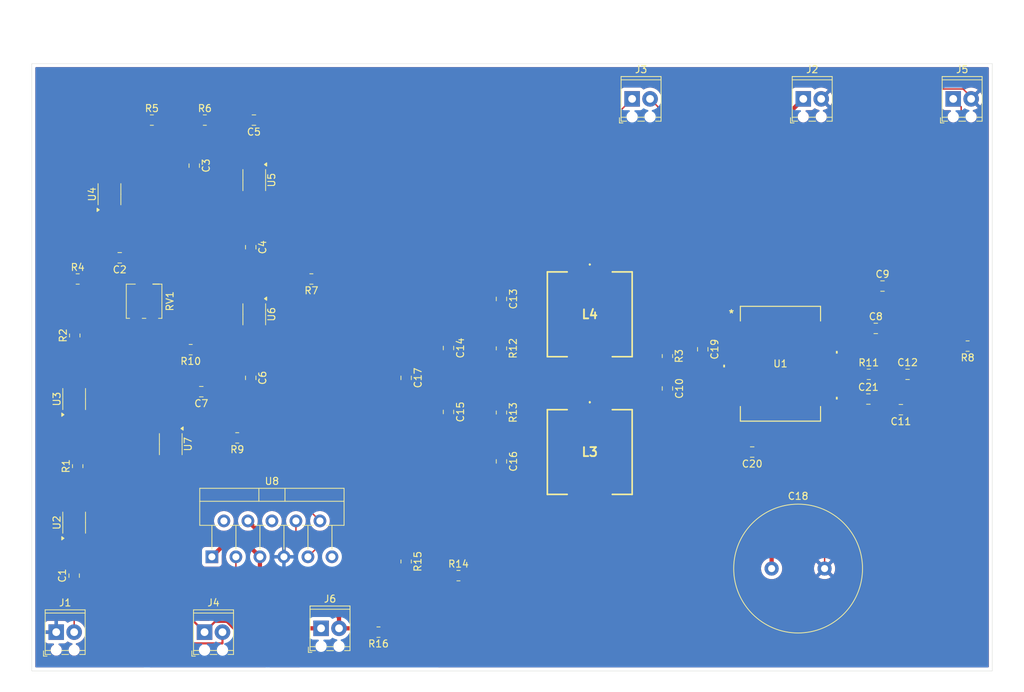
<source format=kicad_pcb>
(kicad_pcb (version 20240108) (generator "pcbnew") (generator_version "8.0")
  (layers (0 "F.Cu" signal) (31 "B.Cu" signal) (34 "B.Paste" user) (35 "F.Paste" user) (36 "B.SilkS" user "B.Silkscreen") (37 "F.SilkS" user "F.Silkscreen") (38 "B.Mask" user) (39 "F.Mask" user) (44 "Edge.Cuts" user))
  (net 0 "")
  (net 1 "Net-(U2-+)")
  (net 2 "Net-(J1-Pin_2)")
  (net 3 "Net-(U4-+)")
  (net 4 "GND")
  (net 5 "Net-(C3-Pad2)")
  (net 6 "Net-(U5--)")
  (net 7 "Net-(U6-+)")
  (net 8 "Net-(U5-+)")
  (net 9 "Net-(C6-Pad2)")
  (net 10 "Net-(U6--)")
  (net 11 "Net-(U7-+)")
  (net 12 "Net-(C8-Pad1)")
  (net 13 "Net-(C8-Pad2)")
  (net 14 "Net-(C10-Pad2)")
  (net 15 "Net-(C10-Pad1)")
  (net 16 "Net-(U1-GND-clean)")
  (net 17 "+3V3")
  (net 18 "Net-(U1-FAULT)")
  (net 19 "/G+")
  (net 20 "Net-(C13-Pad2)")
  (net 21 "Net-(C15-Pad2)")
  (net 22 "/G-")
  (net 23 "+32V")
  (net 24 "Net-(U1-CONFIG)")
  (net 25 "Net-(U1-GND-Reg)")
  (net 26 "+12V")
  (net 27 "-12V")
  (net 28 "Net-(L4-Pad2)")
  (net 29 "Net-(U3-+)")
  (net 30 "Net-(U2--)")
  (net 31 "Net-(R2-Pad2)")
  (net 32 "Net-(R4-Pad1)")
  (net 33 "Net-(U4--)")
  (net 34 "Net-(U1-TH-WAR)")
  (net 35 "audio")
  (net 36 "Net-(U1-PWRDN)")
  (net 37 "Net-(U1-OUT1B-Pad10)")
  (net 57 "-30V")
  (net 58 "+30V")
  (net 59 "Net-(U7--)")
  (net 60 "Net-(U8--)")
  (net 61 "Net-(U8-MUTE)")
  (footprint "Resistor_SMD:R_0805_2012Metric" (layer "F.Cu") (at 265 87 180)
    (property "Reference" "R8")
    (property "Value" "10k")
  )
  (footprint "Capacitor_SMD:C_0805_2012Metric" (layer "F.Cu") (at 156.5 93.45 180)
    (property "Reference" "C7")
    (property "Value" "1u")
  )
  (footprint "Capacitor_SMD:C_0805_2012Metric" (layer "F.Cu") (at 255.55 96 180)
    (property "Reference" "C11")
    (property "Value" "100n")
  )
  (footprint "Resistor_SMD:R_0805_2012Metric" (layer "F.Cu") (at 199 87.325 -90)
    (property "Reference" "R12")
    (property "Value" "6.2")
  )
  (footprint "Capacitor_SMD:C_0805_2012Metric" (layer "F.Cu") (at 163.5 91.5 -90)
    (property "Reference" "C6")
    (property "Value" "2.2u")
  )
  (footprint "footprints:SO_50813TR_STM" (layer "F.Cu") (at 238.5 89.5)
    (property "Reference" "U1")
    (property "Value" "STA50813TR")
  )
  (footprint "TerminalBlock_Phoenix:TerminalBlock_Phoenix_MPT-0,5-2-2.54_1x02_P2.54mm_Horizontal" (layer "F.Cu") (at 156.96 127.5)
    (property "Reference" "J4")
    (property "Value" "Screw_Terminal_01x02")
  )
  (footprint "Capacitor_SMD:C_0805_2012Metric" (layer "F.Cu") (at 256.5 91)
    (property "Reference" "C12")
    (property "Value" "100n")
  )
  (footprint "Resistor_SMD:R_0805_2012Metric" (layer "F.Cu") (at 139 104 90)
    (property "Reference" "R1")
    (property "Value" "10k")
  )
  (footprint "Resistor_SMD:R_0805_2012Metric" (layer "F.Cu") (at 157 55)
    (property "Reference" "R6")
    (property "Value" "4.7k")
  )
  (footprint "Capacitor_SMD:C_0805_2012Metric" (layer "F.Cu") (at 250.95 94.5)
    (property "Reference" "C21")
    (property "Value" "100n")
  )
  (footprint "Resistor_SMD:R_0805_2012Metric" (layer "F.Cu") (at 185.5 117.5 -90)
    (property "Reference" "R15")
    (property "Value" "2k")
  )
  (footprint "Package_SO:MSOP-8_3x3mm_P0.65mm" (layer "F.Cu") (at 164 82.5 -90)
    (property "Reference" "U6")
    (property "Value" "OP1177ARM")
  )
  (footprint "Resistor_SMD:R_0805_2012Metric" (layer "F.Cu") (at 161.5875 100 180)
    (property "Reference" "R9")
    (property "Value" "4.7k")
  )
  (footprint "Package_SO:MSOP-8_3x3mm_P0.65mm" (layer "F.Cu") (at 143.5 65.5 90)
    (property "Reference" "U4")
    (property "Value" "OP1177ARM")
  )
  (footprint "Resistor_SMD:R_0805_2012Metric" (layer "F.Cu") (at 181.5875 127.5 180)
    (property "Reference" "R16")
    (property "Value" "100")
  )
  (footprint "Package_SO:MSOP-8_3x3mm_P0.65mm" (layer "F.Cu") (at 152.175 100.8875 -90)
    (property "Reference" "U7")
    (property "Value" "OP1177ARM")
  )
  (footprint "Capacitor_SMD:C_0805_2012Metric" (layer "F.Cu") (at 191.5 96.325 -90)
    (property "Reference" "C15")
    (property "Value" "100n")
  )
  (footprint "Capacitor_SMD:C_0805_2012Metric" (layer "F.Cu") (at 191.5 87.275 -90)
    (property "Reference" "C14")
    (property "Value" "100n")
  )
  (footprint "Package_SO:MSOP-8_3x3mm_P0.65mm" (layer "F.Cu") (at 138.5 94.5 90)
    (property "Reference" "U3")
    (property "Value" "OP1177ARM")
  )
  (footprint "Resistor_SMD:R_0805_2012Metric" (layer "F.Cu") (at 149.5 55)
    (property "Reference" "R5")
    (property "Value" "2.7k")
  )
  (footprint "SamacSys_Parts:7447706100" (layer "F.Cu") (at 211.5 82.5)
    (property "Reference" "L4")
    (property "Value" "7447706100" (hide yes))
  )
  (footprint "TerminalBlock_Phoenix:TerminalBlock_Phoenix_MPT-0,5-2-2.54_1x02_P2.54mm_Horizontal" (layer "F.Cu") (at 135.96 127.5)
    (property "Reference" "J1")
    (property "Value" "Screw_Terminal_01x02")
  )
  (footprint "Capacitor_SMD:C_0805_2012Metric" (layer "F.Cu") (at 144.95 74.5 180)
    (property "Reference" "C2")
    (property "Value" "100n")
  )
  (footprint "TerminalBlock_Phoenix:TerminalBlock_Phoenix_MPT-0,5-2-2.54_1x02_P2.54mm_Horizontal" (layer "F.Cu") (at 241.73 52)
    (property "Reference" "J2")
    (property "Value" "Screw_Terminal_01x02")
  )
  (footprint "Capacitor_SMD:C_0805_2012Metric" (layer "F.Cu") (at 163.95 55 180)
    (property "Reference" "C5")
    (property "Value" "100n")
  )
  (footprint "Package_SO:MSOP-8_3x3mm_P0.65mm" (layer "F.Cu") (at 164 63.5 -90)
    (property "Reference" "U5")
    (property "Value" "OP1177ARM")
  )
  (footprint "Package_TO_SOT_THT:TO-220-11_P3.4x5.08mm_StaggerOdd_Lead4.85mm_Vertical" (layer "F.Cu") (at 158 116.835)
    (property "Reference" "U8")
    (property "Value" "LM3886")
  )
  (footprint "Package_SO:MSOP-8_3x3mm_P0.65mm" (layer "F.Cu") (at 138.5 112 90)
    (property "Reference" "U2")
    (property "Value" "OP1177ARM")
  )
  (footprint "Resistor_SMD:R_0805_2012Metric" (layer "F.Cu") (at 172.0875 77.5 180)
    (property "Reference" "R7")
    (property "Value" "3.9k")
  )
  (footprint "Capacitor_THT:C_Radial_D18.0mm_H35.5mm_P7.50mm" (layer "F.Cu") (at 237.25 118.5)
    (property "Reference" "C18")
    (property "Value" "2200u")
  )
  (footprint "Potentiometer_SMD:Potentiometer_Bourns_3214G_Horizontal" (layer "F.Cu") (at 148.4 80.65 -90)
    (property "Reference" "RV1")
    (property "Value" "10k")
  )
  (footprint "Capacitor_SMD:C_0805_2012Metric" (layer "F.Cu") (at 227.5 87.45 -90)
    (property "Reference" "C19")
    (property "Value" "1u")
  )
  (footprint "Capacitor_SMD:C_0805_2012Metric" (layer "F.Cu") (at 155.5 61.45 -90)
    (property "Reference" "C3")
    (property "Value" "220n")
  )
  (footprint "Resistor_SMD:R_0805_2012Metric" (layer "F.Cu") (at 155 87.5 180)
    (property "Reference" "R10")
    (property "Value" "2.2k")
  )
  (footprint "Capacitor_SMD:C_0805_2012Metric" (layer "F.Cu") (at 185.5 91.5 -90)
    (property "Reference" "C17")
    (property "Value" "470n")
  )
  (footprint "Capacitor_SMD:C_0805_2012Metric" (layer "F.Cu") (at 234.5 102 180)
    (property "Reference" "C20")
    (property "Value" "1u")
  )
  (footprint "TerminalBlock_Phoenix:TerminalBlock_Phoenix_MPT-0,5-2-2.54_1x02_P2.54mm_Horizontal" (layer "F.Cu") (at 217.5 52)
    (property "Reference" "J3")
    (property "Value" "Screw_Terminal_01x02")
  )
  (footprint "Capacitor_SMD:C_0805_2012Metric" (layer "F.Cu") (at 163.5 73 -90)
    (property "Reference" "C4")
    (property "Value" "1u")
  )
  (footprint "Resistor_SMD:R_0805_2012Metric" (layer "F.Cu") (at 192.9125 119.5)
    (property "Reference" "R14")
    (property "Value" "1k")
  )
  (footprint "Resistor_SMD:R_0805_2012Metric" (layer "F.Cu") (at 199 96.4125 -90)
    (property "Reference" "R13")
    (property "Value" "6.2")
  )
  (footprint "Capacitor_SMD:C_0805_2012Metric" (layer "F.Cu") (at 199 103.325 -90)
    (property "Reference" "C16")
    (property "Value" "100n")
  )
  (footprint "TerminalBlock_Phoenix:TerminalBlock_Phoenix_MPT-0,5-2-2.54_1x02_P2.54mm_Horizontal" (layer "F.Cu") (at 173.46 126.96)
    (property "Reference" "J6")
    (property "Value" "Screw_Terminal_01x02")
  )
  (footprint "Capacitor_SMD:C_0805_2012Metric" (layer "F.Cu") (at 252 84.5)
    (property "Reference" "C8")
    (property "Value" "100n")
  )
  (footprint "TerminalBlock_Phoenix:TerminalBlock_Phoenix_MPT-0,5-2-2.54_1x02_P2.54mm_Horizontal" (layer "F.Cu") (at 262.96 52)
    (property "Reference" "J5")
    (property "Value" "Screw_Terminal_01x02")
  )
  (footprint "Capacitor_SMD:C_0805_2012Metric" (layer "F.Cu") (at 252.95 78.5)
    (property "Reference" "C9")
    (property "Value" "100n")
  )
  (footprint "Resistor_SMD:R_0805_2012Metric" (layer "F.Cu") (at 138.5875 85.5 90)
    (property "Reference" "R2")
    (property "Value" "1k")
  )
  (footprint "Capacitor_SMD:C_0805_2012Metric" (layer "F.Cu") (at 199 80.325 -90)
    (property "Reference" "C13")
    (property "Value" "100n")
  )
  (footprint "SamacSys_Parts:7447706100" (layer "F.Cu") (at 211.5 102)
    (property "Reference" "L3")
    (property "Value" "7447706100" (hide yes))
  )
  (footprint "Resistor_SMD:R_0805_2012Metric" (layer "F.Cu") (at 139 77.5)
    (property "Reference" "R4")
    (property "Value" "5.6k")
  )
  (footprint "Resistor_SMD:R_0805_2012Metric" (layer "F.Cu") (at 222.5 88.4125 -90)
    (property "Reference" "R3")
    (property "Value" "22")
  )
  (footprint "Resistor_SMD:R_0805_2012Metric" (layer "F.Cu") (at 251 91)
    (property "Reference" "R11")
    (property "Value" "10k")
  )
  (footprint "Capacitor_SMD:C_0805_2012Metric" (layer "F.Cu") (at 222.5 93 -90)
    (property "Reference" "C10")
    (property "Value" "330p")
  )
  (footprint "Capacitor_SMD:C_0805_2012Metric" (layer "F.Cu") (at 138.5 119.5 90)
    (property "Reference" "C1")
    (property "Value" "1u")
  )
  (gr_rect (start 132.5 47) (end 268.5 133) (stroke (width 0.05)) (fill none) (layer "Edge.Cuts"))
  (segment (start 138.5 118.55) (end 138.825 118.225) (width 0.2) (layer "F.Cu") (net 1))
  (segment (start 138.825 118.225) (end 138.825 114.1125) (width 0.2) (layer "F.Cu") (net 1))
  (segment (start 138.5 127.5) (end 138.5 120.45) (width 0.2) (layer "F.Cu") (net 2))
  (segment (start 141 77.5) (end 139.9125 77.5) (width 0.2) (layer "F.Cu") (net 3))
  (segment (start 144 74.5) (end 143.825 74.325) (width 0.2) (layer "F.Cu") (net 3))
  (segment (start 144 74.5) (end 141 77.5) (width 0.2) (layer "F.Cu") (net 3))
  (segment (start 143.825 74.325) (end 143.825 67.6125) (width 0.2) (layer "F.Cu") (net 3))
  (segment (start 230.424937 92.424937) (end 231.8071 92.424937) (width 0.2) (layer "F.Cu") (net 4))
  (segment (start 265.5 51.74) (end 264.36 50.6) (width 0.2) (layer "F.Cu") (net 4))
  (segment (start 191.5 88.225) (end 191.5 91.825) (width 0.2) (layer "F.Cu") (net 4))
  (segment (start 231.8071 91.774951) (end 230.225049 91.774951) (width 0.2) (layer "F.Cu") (net 4))
  (segment (start 191.5 91.825) (end 199 91.825) (width 0.2) (layer "F.Cu") (net 4))
  (segment (start 227.5 86.5) (end 228 86.5) (width 0.2) (layer "F.Cu") (net 4))
  (segment (start 259.5 78) (end 257.5 76) (width 0.2) (layer "F.Cu") (net 4))
  (segment (start 228.075063 86.575063) (end 230 86.575063) (width 0.2) (layer "F.Cu") (net 4))
  (segment (start 138.175 97.343456) (end 138.175 96.6125) (width 0.2) (layer "F.Cu") (net 4))
  (segment (start 230 92) (end 230.424937 92.424937) (width 0.2) (layer "F.Cu") (net 4))
  (segment (start 248.5 78.5) (end 252 78.5) (width 0.2) (layer "F.Cu") (net 4))
  (segment (start 228 86.5) (end 228.075063 86.575063) (width 0.2) (layer "F.Cu") (net 4))
  (segment (start 265.5 52) (end 265.5 51.74) (width 0.2) (layer "F.Cu") (net 4))
  (segment (start 244.5 111.05) (end 244.5 111.5) (width 0.2) (layer "F.Cu") (net 4))
  (segment (start 257.5 76) (end 251 76) (width 0.2) (layer "F.Cu") (net 4))
  (segment (start 259.5 89) (end 259.5 78) (width 0.2) (layer "F.Cu") (net 4))
  (segment (start 244.75 111.75) (end 244.75 118.5) (width 0.2) (layer "F.Cu") (net 4))
  (segment (start 230 86.575063) (end 231.8071 86.575063) (width 0.2) (layer "F.Cu") (net 4))
  (segment (start 251 58.73) (end 251 76) (width 0.2) (layer "F.Cu") (net 4))
  (segment (start 245.67 50.6) (end 244.27 52) (width 0.2) (layer "F.Cu") (net 4))
  (segment (start 199 92) (end 199 95.5) (width 0.2) (layer "F.Cu") (net 4))
  (segment (start 231.8071 92.424937) (end 232.9088 92.424937) (width 0.2) (layer "F.Cu") (net 4))
  (segment (start 199 88.2375) (end 199 91) (width 0.2) (layer "F.Cu") (net 4))
  (segment (start 232.9088 92.424937) (end 235.45 94.966137) (width 0.2) (layer "F.Cu") (net 4))
  (segment (start 244.27 52) (end 251 58.73) (width 0.2) (layer "F.Cu") (net 4))
  (segment (start 251 76) (end 248.5 78.5) (width 0.2) (layer "F.Cu") (net 4))
  (segment (start 244.5 111.5) (end 244.75 111.75) (width 0.2) (layer "F.Cu") (net 4))
  (segment (start 199 91) (end 199 91.825) (width 0.2) (layer "F.Cu") (net 4))
  (segment (start 207.024881 83.975119) (end 231.8071 83.975119) (width 0.2) (layer "F.Cu") (net 4))
  (segment (start 230 87) (end 230.225049 87.225049) (width 0.2) (layer "F.Cu") (net 4))
  (segment (start 257.45 91) (end 259.45 89) (width 0.2) (layer "F.Cu") (net 4))
  (segment (start 235.45 94.966137) (end 235.45 102) (width 0.2) (layer "F.Cu") (net 4))
  (segment (start 230.225049 87.225049) (end 231.8071 87.225049) (width 0.2) (layer "F.Cu") (net 4))
  (segment (start 199 91.825) (end 199 92) (width 0.2) (layer "F.Cu") (net 4))
  (segment (start 259.45 89) (end 259.5 89) (width 0.2) (layer "F.Cu") (net 4))
  (segment (start 230 86.575063) (end 230 87) (width 0.2) (layer "F.Cu") (net 4))
  (segment (start 230.225049 91.774951) (end 230 92) (width 0.2) (layer "F.Cu") (net 4))
  (segment (start 264.36 50.6) (end 245.67 50.6) (width 0.2) (layer "F.Cu") (net 4))
  (segment (start 235.45 102) (end 244.5 111.05) (width 0.2) (layer "F.Cu") (net 4))
  (segment (start 199 92) (end 207.024881 83.975119) (width 0.2) (layer "F.Cu") (net 4))
  (segment (start 191.5 91.825) (end 191.5 95.375) (width 0.2) (layer "F.Cu") (net 4))
  (segment (start 155.5 62.4) (end 161.5 68.4) (width 0.2) (layer "F.Cu") (net 5))
  (segment (start 163.675 68.325) (end 163.5 68.5) (width 0.2) (layer "F.Cu") (net 5))
  (segment (start 161.5 68.4) (end 161.5 68.5) (width 0.2) (layer "F.Cu") (net 5))
  (segment (start 163.5 68.5) (end 163.5 72.05) (width 0.2) (layer "F.Cu") (net 5))
  (segment (start 163.675 68.325) (end 163.675 65.6125) (width 0.2) (layer "F.Cu") (net 5))
  (segment (start 161.5 68.5) (end 163.5 68.5) (width 0.2) (layer "F.Cu") (net 5))
  (segment (start 155.5 60.5) (end 154 59) (width 0.2) (layer "F.Cu") (net 6))
  (segment (start 150.4125 55) (end 154 55) (width 0.2) (layer "F.Cu") (net 6))
  (segment (start 154 59) (end 154 55) (width 0.2) (layer "F.Cu") (net 6))
  (segment (start 154 55) (end 156.0875 55) (width 0.2) (layer "F.Cu") (net 6))
  (segment (start 163.5 73.95) (end 163.675 74.125) (width 0.2) (layer "F.Cu") (net 7))
  (segment (start 171.175 77.5) (end 163.675 77.5) (width 0.2) (layer "F.Cu") (net 7))
  (segment (start 163.675 77.5) (end 163.675 80.3875) (width 0.2) (layer "F.Cu") (net 7))
  (segment (start 163.675 74.125) (end 163.675 77.5) (width 0.2) (layer "F.Cu") (net 7))
  (segment (start 160 55) (end 163 55) (width 0.2) (layer "F.Cu") (net 8))
  (segment (start 163.675 58.675) (end 160 55) (width 0.2) (layer "F.Cu") (net 8))
  (segment (start 163.675 61.3875) (end 163.675 58.675) (width 0.2) (layer "F.Cu") (net 8))
  (segment (start 157.9125 55) (end 160 55) (width 0.2) (layer "F.Cu") (net 8))
  (segment (start 163.5 92.45) (end 158.45 92.45) (width 0.2) (layer "F.Cu") (net 9))
  (segment (start 158 92) (end 158 88.5) (width 0.2) (layer "F.Cu") (net 9))
  (segment (start 158.45 92.45) (end 158 92) (width 0.2) (layer "F.Cu") (net 9))
  (segment (start 158.45 92.45) (end 157.45 93.45) (width 0.2) (layer "F.Cu") (net 9))
  (segment (start 158 88.5) (end 157 87.5) (width 0.2) (layer "F.Cu") (net 9))
  (segment (start 157 87.5) (end 155.9125 87.5) (width 0.2) (layer "F.Cu") (net 9))
  (segment (start 163.675 90.375) (end 163.675 84.6125) (width 0.2) (layer "F.Cu") (net 10))
  (segment (start 163.5 90.55) (end 163.675 90.375) (width 0.2) (layer "F.Cu") (net 10))
  (segment (start 164.325 80.3875) (end 164.325 83.231544) (width 0.2) (layer "F.Cu") (net 10))
  (segment (start 163.675 83.881544) (end 163.675 84.6125) (width 0.2) (layer "F.Cu") (net 10))
  (segment (start 164.325 83.231544) (end 163.675 83.881544) (width 0.2) (layer "F.Cu") (net 10))
  (segment (start 158 100) (end 153.5 95.5) (width 0.2) (layer "F.Cu") (net 11))
  (segment (start 153.5 95.5) (end 151.85 97.15) (width 0.2) (layer "F.Cu") (net 11))
  (segment (start 155.55 93.45) (end 153.5 95.5) (width 0.2) (layer "F.Cu") (net 11))
  (segment (start 151.85 97.15) (end 151.85 98.775) (width 0.2) (layer "F.Cu") (net 11))
  (segment (start 160.675 100) (end 158 100) (width 0.2) (layer "F.Cu") (net 11))
  (segment (start 245.1929 84.625105) (end 247.350014 84.625105) (width 0.2) (layer "F.Cu") (net 12))
  (segment (start 250.425119 81.5) (end 256.45 81.5) (width 0.2) (layer "F.Cu") (net 12))
  (segment (start 256.45 81.5) (end 256.45 78.5) (width 0.2) (layer "F.Cu") (net 12))
  (segment (start 247.350014 84.625105) (end 248 83.975119) (width 0.2) (layer "F.Cu") (net 12))
  (segment (start 248 83.975119) (end 250.525119 83.975119) (width 0.2) (layer "F.Cu") (net 12))
  (segment (start 245.1929 83.975119) (end 248 83.975119) (width 0.2) (layer "F.Cu") (net 12))
  (segment (start 247.95 83.975119) (end 250.425119 81.5) (width 0.2) (layer "F.Cu") (net 12))
  (segment (start 250.525119 83.975119) (end 251.05 84.5) (width 0.2) (layer "F.Cu") (net 12))
  (segment (start 247.95 83.975119) (end 248 83.975119) (width 0.2) (layer "F.Cu") (net 12))
  (segment (start 256.45 78.5) (end 253.9 78.5) (width 0.2) (layer "F.Cu") (net 12))
  (segment (start 250.425077 85.925077) (end 250.5 86) (width 0.2) (layer "F.Cu") (net 13))
  (segment (start 245.1929 85.275091) (end 245.442809 85.525) (width 0.2) (layer "F.Cu") (net 13))
  (segment (start 250.5 86) (end 254 86) (width 0.2) (layer "F.Cu") (net 13))
  (segment (start 254 86) (end 254.5 85.5) (width 0.2) (layer "F.Cu") (net 13))
  (segment (start 254 84.5) (end 252.95 84.5) (width 0.2) (layer "F.Cu") (net 13))
  (segment (start 254.5 85.5) (end 254.5 85) (width 0.2) (layer "F.Cu") (net 13))
  (segment (start 245.1929 85.925077) (end 250.425077 85.925077) (width 0.2) (layer "F.Cu") (net 13))
  (segment (start 254.5 85) (end 254 84.5) (width 0.2) (layer "F.Cu") (net 13))
  (segment (start 249.775091 85.275091) (end 250.5 86) (width 0.2) (layer "F.Cu") (net 13))
  (segment (start 245.1929 85.275091) (end 249.775091 85.275091) (width 0.2) (layer "F.Cu") (net 13))
  (segment (start 229.275091 93.724909) (end 231.8071 93.724909) (width 0.2) (layer "F.Cu") (net 14))
  (segment (start 229.374895 94.374895) (end 229 94) (width 0.2) (layer "F.Cu") (net 14))
  (segment (start 228.95 93.95) (end 229 94) (width 0.2) (layer "F.Cu") (net 14))
  (segment (start 222.5 93.95) (end 228.95 93.95) (width 0.2) (layer "F.Cu") (net 14))
  (segment (start 229 94) (end 229.275091 93.724909) (width 0.2) (layer "F.Cu") (net 14))
  (segment (start 211.5 104.95) (end 222.5 93.95) (width 0.2) (layer "F.Cu") (net 14))
  (segment (start 211.5 106.95) (end 211.5 104.95) (width 0.2) (layer "F.Cu") (net 14))
  (segment (start 231.8071 94.374895) (end 229.374895 94.374895) (width 0.2) (layer "F.Cu") (net 14))
  (segment (start 222.5 89.325) (end 222.5 92.05) (width 0.2) (layer "F.Cu") (net 15))
  (segment (start 246.243019 96.075) (end 245.1929 95.024881) (width 0.2) (layer "F.Cu") (net 16))
  (segment (start 246.318019 96) (end 246.243019 96.075) (width 0.2) (layer "F.Cu") (net 16))
  (segment (start 254.6 96) (end 246.318019 96) (width 0.2) (layer "F.Cu") (net 16))
  (segment (start 243.5 93.016137) (end 243.5 98.5) (width 0.2) (layer "F.Cu") (net 17))
  (segment (start 264.0875 53.1275) (end 262.96 52) (width 0.2) (layer "F.Cu") (net 17))
  (segment (start 264.0875 91.4125) (end 264.0875 87) (width 0.2) (layer "F.Cu") (net 17))
  (segment (start 259.5 96) (end 256.5 96) (width 0.2) (layer "F.Cu") (net 17))
  (segment (start 256 99.5) (end 259.5 96) (width 0.2) (layer "F.Cu") (net 17))
  (segment (start 245.1929 92.424937) (end 244.0912 92.424937) (width 0.2) (layer "F.Cu") (net 17))
  (segment (start 243.5 98.5) (end 244.5 99.5) (width 0.2) (layer "F.Cu") (net 17))
  (segment (start 244.5 99.5) (end 256 99.5) (width 0.2) (layer "F.Cu") (net 17))
  (segment (start 264.0875 87) (end 264.0875 53.1275) (width 0.2) (layer "F.Cu") (net 17))
  (segment (start 259.5 96) (end 264.0875 91.4125) (width 0.2) (layer "F.Cu") (net 17))
  (segment (start 244.0912 92.424937) (end 243.5 93.016137) (width 0.2) (layer "F.Cu") (net 17))
  (segment (start 253.5 89.575007) (end 247.749986 89.575007) (width 0.2) (layer "F.Cu") (net 18))
  (segment (start 247.749986 89.575007) (end 247.5 89.824993) (width 0.2) (layer "F.Cu") (net 18))
  (segment (start 253.5 91) (end 253.5 89.575007) (width 0.2) (layer "F.Cu") (net 18))
  (segment (start 246.850014 90.474979) (end 247.5 89.824993) (width 0.2) (layer "F.Cu") (net 18))
  (segment (start 245.1929 89.824993) (end 247.5 89.824993) (width 0.2) (layer "F.Cu") (net 18))
  (segment (start 253.5 91) (end 255.55 91) (width 0.2) (layer "F.Cu") (net 18))
  (segment (start 245.1929 90.474979) (end 246.850014 90.474979) (width 0.2) (layer "F.Cu") (net 18))
  (segment (start 251.9125 91) (end 253.5 91) (width 0.2) (layer "F.Cu") (net 18))
  (segment (start 185.5 85.5) (end 191.625 79.375) (width 0.2) (layer "F.Cu") (net 19))
  (segment (start 200.825 77.55) (end 199 79.375) (width 0.2) (layer "F.Cu") (net 19))
  (segment (start 211.5 58) (end 211.5 77.55) (width 0.2) (layer "F.Cu") (net 19))
  (segment (start 217.5 52) (end 211.5 58) (width 0.2) (layer "F.Cu") (net 19))
  (segment (start 191.625 79.375) (end 199 79.375) (width 0.2) (layer "F.Cu") (net 19))
  (segment (start 185.5 90.55) (end 185.5 85.5) (width 0.2) (layer "F.Cu") (net 19))
  (segment (start 211.5 77.55) (end 200.825 77.55) (width 0.2) (layer "F.Cu") (net 19))
  (segment (start 191.5 86.325) (end 198.9125 86.325) (width 0.2) (layer "F.Cu") (net 20))
  (segment (start 198.9125 86.325) (end 199 86.4125) (width 0.2) (layer "F.Cu") (net 20))
  (segment (start 199 86.4125) (end 199 81.275) (width 0.2) (layer "F.Cu") (net 20))
  (segment (start 198.95 97.275) (end 199 97.325) (width 0.2) (layer "F.Cu") (net 21))
  (segment (start 199 97.325) (end 199 102.375) (width 0.2) (layer "F.Cu") (net 21))
  (segment (start 191.5 97.275) (end 198.95 97.275) (width 0.2) (layer "F.Cu") (net 21))
  (segment (start 190.475 95.859744) (end 190.475 87.740256) (width 0.2) (layer "F.Cu") (net 22))
  (segment (start 210.7625 96.3125) (end 190.927756 96.3125) (width 0.2) (layer "F.Cu") (net 22))
  (segment (start 189.725 104.275) (end 199 104.275) (width 0.2) (layer "F.Cu") (net 22))
  (segment (start 221.139999 53.099999) (end 220.04 52) (width 0.2) (layer "F.Cu") (net 22))
  (segment (start 190.475 87.740256) (end 190.790256 87.425) (width 0.2) (layer "F.Cu") (net 22))
  (segment (start 221.139999 72.860001) (end 221.139999 53.099999) (width 0.2) (layer "F.Cu") (net 22))
  (segment (start 190.790256 87.425) (end 203.009314 87.425) (width 0.2) (layer "F.Cu") (net 22))
  (segment (start 211.5 97.05) (end 210.7625 96.3125) (width 0.2) (layer "F.Cu") (net 22))
  (segment (start 185.5 100.5) (end 189.5 104.5) (width 0.2) (layer "F.Cu") (net 22))
  (segment (start 210.424881 83.575119) (end 221.139999 72.860001) (width 0.2) (layer "F.Cu") (net 22))
  (segment (start 185.5 92.45) (end 185.5 100.5) (width 0.2) (layer "F.Cu") (net 22))
  (segment (start 206.859195 83.575119) (end 210.424881 83.575119) (width 0.2) (layer "F.Cu") (net 22))
  (segment (start 189.5 104.5) (end 189.725 104.275) (width 0.2) (layer "F.Cu") (net 22))
  (segment (start 204.275 104.275) (end 211.5 97.05) (width 0.2) (layer "F.Cu") (net 22))
  (segment (start 190.927756 96.3125) (end 190.475 95.859744) (width 0.2) (layer "F.Cu") (net 22))
  (segment (start 203.009314 87.425) (end 206.859195 83.575119) (width 0.2) (layer "F.Cu") (net 22))
  (segment (start 199 104.275) (end 204.275 104.275) (width 0.2) (layer "F.Cu") (net 22))
  (segment (start 229 92) (end 229.875035 91.124965) (width 0.6) (layer "F.Cu") (net 23))
  (segment (start 228.6 88.4) (end 229.124965 87.875035) (width 0.2) (layer "F.Cu") (net 23))
  (segment (start 233.55 102) (end 233.55 93.716123) (width 0.6) (layer "F.Cu") (net 23))
  (segment (start 233.0088 60.7212) (end 233.0088 85.825077) (width 0.6) (layer "F.Cu") (net 23))
  (segment (start 233.55 93.716123) (end 232.9088 93.074923) (width 0.6) (layer "F.Cu") (net 23))
  (segment (start 232.875035 87.875035) (end 231.8071 87.875035) (width 0.6) (layer "F.Cu") (net 23))
  (segment (start 233.0088 87.9912) (end 233 88) (width 0.2) (layer "F.Cu") (net 23))
  (segment (start 232.9088 85.925077) (end 231.8071 85.925077) (width 0.6) (layer "F.Cu") (net 23))
  (segment (start 231.8071 91.124965) (end 232.9088 91.124965) (width 0.6) (layer "F.Cu") (net 23))
  (segment (start 241.73 52) (end 233.0088 60.7212) (width 0.6) (layer "F.Cu") (net 23))
  (segment (start 230.074923 93.074923) (end 229 92) (width 0.6) (layer "F.Cu") (net 23))
  (segment (start 231.8071 93.074923) (end 230.074923 93.074923) (width 0.6) (layer "F.Cu") (net 23))
  (segment (start 233.0088 91) (end 233.0088 88.0088) (width 0.6) (layer "F.Cu") (net 23))
  (segment (start 232.9088 91.124965) (end 233.0088 91.024965) (width 0.2) (layer "F.Cu") (net 23))
  (segment (start 233.0088 88.0088) (end 233 88) (width 0.2) (layer "F.Cu") (net 23))
  (segment (start 232.9088 85.925077) (end 233.0088 86.025077) (width 0.2) (layer "F.Cu") (net 23))
  (segment (start 229.875035 91.124965) (end 231.8071 91.124965) (width 0.6) (layer "F.Cu") (net 23))
  (segment (start 237.25 118.5) (end 237.25 110.25) (width 0.6) (layer "F.Cu") (net 23))
  (segment (start 233 88) (end 232.875035 87.875035) (width 0.2) (layer "F.Cu") (net 23))
  (segment (start 233.0088 91.024965) (end 233.0088 91) (width 0.2) (layer "F.Cu") (net 23))
  (segment (start 237.25 110.25) (end 233.55 106.55) (width 0.6) (layer "F.Cu") (net 23))
  (segment (start 229.124965 87.875035) (end 231.8071 87.875035) (width 0.2) (layer "F.Cu") (net 23))
  (segment (start 227.5 88.4) (end 228.6 88.4) (width 0.2) (layer "F.Cu") (net 23))
  (segment (start 232.9088 93.074923) (end 231.8071 93.074923) (width 0.6) (layer "F.Cu") (net 23))
  (segment (start 233.0088 86.025077) (end 233.0088 87.9912) (width 0.6) (layer "F.Cu") (net 23))
  (segment (start 233.55 106.55) (end 233.55 102) (width 0.6) (layer "F.Cu") (net 23))
  (segment (start 233.0088 85.825077) (end 232.9088 85.925077) (width 0.2) (layer "F.Cu") (net 23))
  (segment (start 247.775091 93.724909) (end 248.425077 93.074923) (width 0.2) (layer "F.Cu") (net 24))
  (segment (start 247.274951 91.774951) (end 248.5 93) (width 0.2) (layer "F.Cu") (net 24))
  (segment (start 253 94.5) (end 251.9 94.5) (width 0.2) (layer "F.Cu") (net 24))
  (segment (start 245.1929 93.724909) (end 247.775091 93.724909) (width 0.2) (layer "F.Cu") (net 24))
  (segment (start 248.425077 93.074923) (end 245.1929 93.074923) (width 0.2) (layer "F.Cu") (net 24))
  (segment (start 245.1929 91.774951) (end 247.274951 91.774951) (width 0.2) (layer "F.Cu") (net 24))
  (segment (start 253 93) (end 253 94.5) (width 0.2) (layer "F.Cu") (net 24))
  (segment (start 248.5 93) (end 248.425077 93.074923) (width 0.2) (layer "F.Cu") (net 24))
  (segment (start 248.5 93) (end 253 93) (width 0.2) (layer "F.Cu") (net 24))
  (segment (start 245.1929 94.374895) (end 249.874895 94.374895) (width 0.2) (layer "F.Cu") (net 25))
  (segment (start 249.874895 94.374895) (end 250 94.5) (width 0.2) (layer "F.Cu") (net 25))
  (segment (start 171.25 73.75) (end 171.9875 74.4875) (width 0.3) (layer "F.Cu") (net 26))
  (segment (start 135.5 101) (end 137.025 102.525) (width 0.3) (layer "F.Cu") (net 26))
  (segment (start 135.5 68.525) (end 143.0125 61.0125) (width 0.3) (layer "F.Cu") (net 26))
  (segment (start 171.25 54.25) (end 171.25 73.75) (width 0.3) (layer "F.Cu") (net 26))
  (segment (start 137.824999 108.725) (end 137.235832 108.725) (width 0.3) (layer "F.Cu") (net 26))
  (segment (start 165.5 131.44939) (end 160.10061 126.05) (width 0.3) (layer "F.Cu") (net 26))
  (segment (start 143.025 53.975) (end 145 52) (width 0.3) (layer "F.Cu") (net 26))
  (segment (start 138.175 92.3875) (end 138.175 91.656544) (width 0.2) (layer "F.Cu") (net 26))
  (segment (start 137.025 102.525) (end 137.025 108.514168) (width 0.3) (layer "F.Cu") (net 26))
  (segment (start 164.325 84.6125) (end 164.325 87.325) (width 0.3) (layer "F.Cu") (net 26))
  (segment (start 138.175 93.199999) (end 137.025 94.349999) (width 0.3) (layer "F.Cu") (net 26))
  (segment (start 136.9 119.6) (end 139.6 119.6) (width 0.3) (layer "F.Cu") (net 26))
  (segment (start 167.0375 90.0375) (end 171.9875 90.0375) (width 0.3) (layer "F.Cu") (net 26))
  (segment (start 145.5 125.5) (end 145.5 128.5) (width 0.3) (layer "F.Cu") (net 26))
  (segment (start 134.5 111.460832) (end 134.5 122) (width 0.3) (layer "F.Cu") (net 26))
  (segment (start 137.025 94.475) (end 135.5 96) (width 0.3) (layer "F.Cu") (net 26))
  (segment (start 145.5 128.5) (end 149.35 132.35) (width 0.3) (layer "F.Cu") (net 26))
  (segment (start 138.175 109.075001) (end 137.824999 108.725) (width 0.3) (layer "F.Cu") (net 26))
  (segment (start 143.0125 61.0125) (end 143.025 61) (width 0.3) (layer "F.Cu") (net 26))
  (segment (start 164.325 87.325) (end 167.0375 90.0375) (width 0.3) (layer "F.Cu") (net 26))
  (segment (start 152.5 109.5) (end 152.5 106) (width 0.3) (layer "F.Cu") (net 26))
  (segment (start 143.175 61.175) (end 143.175 63.3875) (width 0.3) (layer "F.Cu") (net 26))
  (segment (start 137.025 94.349999) (end 137.025 94.475) (width 0.3) (layer "F.Cu") (net 26))
  (segment (start 164.325 66.825) (end 171.25 73.75) (width 0.3) (layer "F.Cu") (net 26))
  (segment (start 143.0125 61.0125) (end 143.175 61.175) (width 0.3) (layer "F.Cu") (net 26))
  (segment (start 137.025 108.514168) (end 137.235832 108.725) (width 0.3) (layer "F.Cu") (net 26))
  (segment (start 135.5 96) (end 135.5 101) (width 0.3) (layer "F.Cu") (net 26))
  (segment (start 143.025 61) (end 143.025 53.975) (width 0.3) (layer "F.Cu") (net 26))
  (segment (start 149.35 132.35) (end 165.5 132.35) (width 0.3) (layer "F.Cu") (net 26))
  (segment (start 152.5 106) (end 152.5 103) (width 0.3) (layer "F.Cu") (net 26))
  (segment (start 156.96 127.5) (end 152.5 123.04) (width 0.3) (layer "F.Cu") (net 26))
  (segment (start 160.10061 126.05) (end 158.41 126.05) (width 0.3) (layer "F.Cu") (net 26))
  (segment (start 169 52) (end 171.25 54.25) (width 0.3) (layer "F.Cu") (net 26))
  (segment (start 164.325 65.6125) (end 164.325 66.825) (width 0.2) (layer "F.Cu") (net 26))
  (segment (start 138.175 92.3875) (end 138.175 93.199999) (width 0.2) (layer "F.Cu") (net 26))
  (segment (start 135.5 88.5) (end 135.5 68.525) (width 0.3) (layer "F.Cu") (net 26))
  (segment (start 137.235832 108.725) (end 134.5 111.460832) (width 0.3) (layer "F.Cu") (net 26))
  (segment (start 158.41 126.05) (end 156.96 127.5) (width 0.3) (layer "F.Cu") (net 26))
  (segment (start 135.5 88.5) (end 138.175 91.175) (width 0.3) (layer "F.Cu") (net 26))
  (segment (start 134.5 122) (end 136.9 119.6) (width 0.3) (layer "F.Cu") (net 26))
  (segment (start 165.5 132.35) (end 165.5 131.44939) (width 0.3) (layer "F.Cu") (net 26))
  (segment (start 138.175 91.175) (end 138.175 92.3875) (width 0.3) (layer "F.Cu") (net 26))
  (segment (start 152.5 123.04) (end 152.5 109.5) (width 0.3) (layer "F.Cu") (net 26))
  (segment (start 171.9875 74.4875) (end 171.9875 90.0375) (width 0.3) (layer "F.Cu") (net 26))
  (segment (start 139.6 119.6) (end 145.5 125.5) (width 0.3) (layer "F.Cu") (net 26))
  (segment (start 138.175 109.8875) (end 138.175 109.075001) (width 0.3) (layer "F.Cu") (net 26))
  (segment (start 145 52) (end 169 52) (width 0.3) (layer "F.Cu") (net 26))
  (segment (start 163 59.5) (end 163 61.3625) (width 0.3) (layer "F.Cu") (net 27))
  (segment (start 143.407044 96.6125) (end 139.475 96.6125) (width 0.3) (layer "F.Cu") (net 27))
  (segment (start 161.5 59.5) (end 163 59.5) (width 0.3) (layer "F.Cu") (net 27))
  (segment (start 144.475 67.6125) (end 150.5875 61.5) (width 0.3) (layer "F.Cu") (net 27))
  (segment (start 159.5 129.055634) (end 159.5 127.5) (width 0.3) (layer "F.Cu") (net 27))
  (segment (start 154.4525 129.09) (end 159.465634 129.09) (width 0.3) (layer "F.Cu") (net 27))
  (segment (start 159.5 127.5) (end 159.5 127.76) (width 0.2) (layer "F.Cu") (net 27))
  (segment (start 139.475 114.1125) (end 143.407044 110.180456) (width 0.3) (layer "F.Cu") (net 27))
  (segment (start 159.465634 129.09) (end 159.5 129.055634) (width 0.3) (layer "F.Cu") (net 27))
  (segment (start 159.5 61.5) (end 161.5 59.5) (width 0.3) (layer "F.Cu") (net 27))
  (segment (start 151.2 95.8) (end 151.2 98.775) (width 0.3) (layer "F.Cu") (net 27))
  (segment (start 155.509772 84.509772) (end 143.407044 96.6125) (width 0.3) (layer "F.Cu") (net 27))
  (segment (start 155.509772 84.509772) (end 154.95 85.069544) (width 0.3) (layer "F.Cu") (net 27))
  (segment (start 163.025 80.3875) (end 159.632044 80.3875) (width 0.3) (layer "F.Cu") (net 27))
  (segment (start 150.5875 61.5) (end 159.5 61.5) (width 0.3) (layer "F.Cu") (net 27))
  (segment (start 154.95 92.05) (end 151.2 95.8) (width 0.3) (layer "F.Cu") (net 27))
  (segment (start 159.632044 80.3875) (end 155.509772 84.509772) (width 0.3) (layer "F.Cu") (net 27))
  (segment (start 139.475 114.1125) (end 154.4525 129.09) (width 0.3) (layer "F.Cu") (net 27))
  (segment (start 163 61.3625) (end 163.025 61.3875) (width 0.3) (layer "F.Cu") (net 27))
  (segment (start 157.25 80.3875) (end 163.025 80.3875) (width 0.3) (layer "F.Cu") (net 27))
  (segment (start 143.407044 110.180456) (end 143.407044 96.6125) (width 0.3) (layer "F.Cu") (net 27))
  (segment (start 154.95 85.069544) (end 154.95 92.05) (width 0.3) (layer "F.Cu") (net 27))
  (segment (start 144.475 67.6125) (end 157.25 80.3875) (width 0.3) (layer "F.Cu") (net 27))
  (segment (start 228.824993 89.175007) (end 228.8 89.2) (width 0.2) (layer "F.Cu") (net 28))
  (segment (start 229.374895 84.625105) (end 229 85) (width 0.2) (layer "F.Cu") (net 28))
  (segment (start 222.5 87.5) (end 222.5 85) (width 0.2) (layer "F.Cu") (net 28))
  (segment (start 229.275091 85.275091) (end 231.8071 85.275091) (width 0.2) (layer "F.Cu") (net 28))
  (segment (start 231.8071 89.175007) (end 228.824993 89.175007) (width 0.2) (layer "F.Cu") (net 28))
  (segment (start 226.2 89.2) (end 224.5 87.5) (width 0.2) (layer "F.Cu") (net 28))
  (segment (start 229.5 88.5) (end 228.8 89.2) (width 0.2) (layer "F.Cu") (net 28))
  (segment (start 229.525021 88.525021) (end 229.5 88.5) (width 0.2) (layer "F.Cu") (net 28))
  (segment (start 229 85) (end 229.275091 85.275091) (width 0.2) (layer "F.Cu") (net 28))
  (segment (start 228.8 89.2) (end 226.2 89.2) (width 0.2) (layer "F.Cu") (net 28))
  (segment (start 224.5 87.5) (end 222.5 87.5) (width 0.2) (layer "F.Cu") (net 28))
  (segment (start 231.8071 88.525021) (end 229.525021 88.525021) (width 0.2) (layer "F.Cu") (net 28))
  (segment (start 231.8071 84.625105) (end 229.374895 84.625105) (width 0.2) (layer "F.Cu") (net 28))
  (segment (start 221 85) (end 218.55 87.45) (width 0.2) (layer "F.Cu") (net 28))
  (segment (start 229 85) (end 222.5 85) (width 0.2) (layer "F.Cu") (net 28))
  (segment (start 222.5 85) (end 221 85) (width 0.2) (layer "F.Cu") (net 28))
  (segment (start 218.55 87.45) (end 211.5 87.45) (width 0.2) (layer "F.Cu") (net 28))
  (segment (start 140.125001 94.5) (end 138.825 95.800001) (width 0.2) (layer "F.Cu") (net 29))
  (segment (start 138.825 96.6125) (end 138.825 102.9125) (width 0.2) (layer "F.Cu") (net 29))
  (segment (start 138.825 101.675) (end 138.825 102) (width 0.2) (layer "F.Cu") (net 29))
  (segment (start 138.825 102.9125) (end 139 103.0875) (width 0.2) (layer "F.Cu") (net 29))
  (segment (start 138.825 95.800001) (end 138.825 96.6125) (width 0.2) (layer "F.Cu") (net 29))
  (segment (start 138.5875 86.4125) (end 142.5 90.325) (width 0.2) (layer "F.Cu") (net 29))
  (segment (start 142.5 94.5) (end 140.125001 94.5) (width 0.2) (layer "F.Cu") (net 29))
  (segment (start 142.5 90.325) (end 142.5 94.5) (width 0.2) (layer "F.Cu") (net 29))
  (segment (start 138.175 114.1125) (end 138.175 111.268456) (width 0.2) (layer "F.Cu") (net 30))
  (segment (start 138.825 105.0875) (end 138.825 109.8875) (width 0.2) (layer "F.Cu") (net 30))
  (segment (start 138.825 110.618456) (end 138.825 109.8875) (width 0.2) (layer "F.Cu") (net 30))
  (segment (start 139 104.9125) (end 138.825 105.0875) (width 0.2) (layer "F.Cu") (net 30))
  (segment (start 138.175 111.268456) (end 138.825 110.618456) (width 0.2) (layer "F.Cu") (net 30))
  (segment (start 148.2125 84.5875) (end 149.55 83.25) (width 0.2) (layer "F.Cu") (net 31))
  (segment (start 138.5875 84.5875) (end 148.2125 84.5875) (width 0.2) (layer "F.Cu") (net 31))
  (segment (start 136.5 88) (end 136 88) (width 0.2) (layer "F.Cu") (net 32))
  (segment (start 147.25 81) (end 147.25 79.2) (width 0.2) (layer "F.Cu") (net 32))
  (segment (start 136 78.5) (end 136 81) (width 0.2) (layer "F.Cu") (net 32))
  (segment (start 137 77.5) (end 136 78.5) (width 0.2) (layer "F.Cu") (net 32))
  (segment (start 136 81) (end 136 88) (width 0.2) (layer "F.Cu") (net 32))
  (segment (start 147.25 81) (end 136 81) (width 0.2) (layer "F.Cu") (net 32))
  (segment (start 147.25 79.2) (end 148.4 78.05) (width 0.2) (layer "F.Cu") (net 32))
  (segment (start 138.825 92.3875) (end 138.825 90.325) (width 0.2) (layer "F.Cu") (net 32))
  (segment (start 138.0875 77.5) (end 137 77.5) (width 0.2) (layer "F.Cu") (net 32))
  (segment (start 147.25 83.25) (end 147.25 81) (width 0.2) (layer "F.Cu") (net 32))
  (segment (start 138.825 90.325) (end 136.5 88) (width 0.2) (layer "F.Cu") (net 32))
  (segment (start 143.825 59.7625) (end 143.825 63.3875) (width 0.2) (layer "F.Cu") (net 33))
  (segment (start 143.175 66.675) (end 143.825 66.025) (width 0.2) (layer "F.Cu") (net 33))
  (segment (start 143.175 67.6125) (end 143.175 66.675) (width 0.2) (layer "F.Cu") (net 33))
  (segment (start 148.5875 55) (end 143.825 59.7625) (width 0.2) (layer "F.Cu") (net 33))
  (segment (start 143.825 66.025) (end 143.825 63.3875) (width 0.2) (layer "F.Cu") (net 33))
  (segment (start 266 91) (end 265.9125 90.9125) (width 0.2) (layer "F.Cu") (net 34))
  (segment (start 242.5 99) (end 244.5 101) (width 0.2) (layer "F.Cu") (net 34))
  (segment (start 244.0912 89.175007) (end 242.5 90.766207) (width 0.2) (layer "F.Cu") (net 34))
  (segment (start 244.5 101) (end 256 101) (width 0.2) (layer "F.Cu") (net 34))
  (segment (start 256 101) (end 266 91) (width 0.2) (layer "F.Cu") (net 34))
  (segment (start 265.9125 90.9125) (end 265.9125 87) (width 0.2) (layer "F.Cu") (net 34))
  (segment (start 242.5 90.766207) (end 242.5 99) (width 0.2) (layer "F.Cu") (net 34))
  (segment (start 245.1929 89.175007) (end 244.0912 89.175007) (width 0.2) (layer "F.Cu") (net 34))
  (segment (start 242.76251 87.76251) (end 243.26251 87.26251) (width 0.2) (layer "F.Cu") (net 35))
  (segment (start 245.1929 87.225049) (end 243.299971 87.225049) (width 0.2) (layer "F.Cu") (net 35))
  (segment (start 241.5 89) (end 241.974979 88.525021) (width 0.2) (layer "F.Cu") (net 35))
  (segment (start 161.4 116.835) (end 161.4 122.4) (width 0.2) (layer "F.Cu") (net 35))
  (segment (start 185.5 118.4125) (end 185.5 126) (width 0.2) (layer "F.Cu") (net 35))
  (segment (start 171 132) (end 189.5 132) (width 0.2) (layer "F.Cu") (net 35))
  (segment (start 243.26251 87.26251) (end 243.949958 86.575063) (width 0.2) (layer "F.Cu") (net 35))
  (segment (start 190.5 131) (end 247.5 131) (width 0.2) (layer "F.Cu") (net 35))
  (segment (start 185.5 126) (end 190.5 131) (width 0.2) (layer "F.Cu") (net 35))
  (segment (start 241.974979 88.525021) (end 242 88.525021) (width 0.2) (layer "F.Cu") (net 35))
  (segment (start 247.5 131) (end 253.5 125) (width 0.2) (layer "F.Cu") (net 35))
  (segment (start 253.5 112.5) (end 241.5 100.5) (width 0.2) (layer "F.Cu") (net 35))
  (segment (start 161.4 122.4) (end 171 132) (width 0.2) (layer "F.Cu") (net 35))
  (segment (start 245.1929 88.525021) (end 242 88.525021) (width 0.2) (layer "F.Cu") (net 35))
  (segment (start 243.299971 87.225049) (end 243.26251 87.26251) (width 0.2) (layer "F.Cu") (net 35))
  (segment (start 189.5 132) (end 190.5 131) (width 0.2) (layer "F.Cu") (net 35))
  (segment (start 253.5 125) (end 253.5 112.5) (width 0.2) (layer "F.Cu") (net 35))
  (segment (start 245.217921 88.5) (end 245.1929 88.525021) (width 0.2) (layer "F.Cu") (net 35))
  (segment (start 243.949958 86.575063) (end 245.1929 86.575063) (width 0.2) (layer "F.Cu") (net 35))
  (segment (start 242 88.525021) (end 242.76251 87.76251) (width 0.2) (layer "F.Cu") (net 35))
  (segment (start 242.875035 87.875035) (end 242.76251 87.76251) (width 0.2) (layer "F.Cu") (net 35))
  (segment (start 245.1929 87.875035) (end 242.875035 87.875035) (width 0.2) (layer "F.Cu") (net 35))
  (segment (start 241.5 100.5) (end 241.5 89) (width 0.2) (layer "F.Cu") (net 35))
  (segment (start 249.962535 91.124965) (end 250.0875 91) (width 0.2) (layer "F.Cu") (net 36))
  (segment (start 245.1929 91.124965) (end 249.962535 91.124965) (width 0.2) (layer "F.Cu") (net 36))
  (segment (start 229.675007 89.824993) (end 229.5 90) (width 0.2) (layer "F.Cu") (net 37))
  (segment (start 229.5 90) (end 229.974979 90.474979) (width 0.2) (layer "F.Cu") (net 37))
  (segment (start 229.974979 90.474979) (end 231.8071 90.474979) (width 0.2) (layer "F.Cu") (net 37))
  (segment (start 231.8071 89.824993) (end 229.675007 89.824993) (width 0.2) (layer "F.Cu") (net 37))
  (segment (start 166.5 115) (end 166.5 118) (width 0.6) (layer "F.Cu") (net 57))
  (segment (start 166.2 114.855) (end 163.1 111.755) (width 0.6) (layer "F.Cu") (net 57))
  (segment (start 180.135 126.96) (end 180.675 127.5) (width 0.6) (layer "F.Cu") (net 57))
  (segment (start 176 126.96) (end 176 125.404366) (width 0.6) (layer "F.Cu") (net 57))
  (segment (start 166.5 118) (end 166.785101 118) (width 0.6) (layer "F.Cu") (net 57))
  (segment (start 169.195634 118.6) (end 167.385101 118.6) (width 0.6) (layer "F.Cu") (net 57))
  (segment (start 176 125.404366) (end 169.195634 118.6) (width 0.6) (layer "F.Cu") (net 57))
  (segment (start 166.785101 118) (end 167.385101 118.6) (width 0.6) (layer "F.Cu") (net 57))
  (segment (start 176 126.96) (end 180.135 126.96) (width 0.6) (layer "F.Cu") (net 57))
  (segment (start 166.355 114.855) (end 166.5 115) (width 0.6) (layer "F.Cu") (net 57))
  (segment (start 166.2 114.855) (end 166.355 114.855) (width 0.6) (layer "F.Cu") (net 57))
  (segment (start 164.8 122.3) (end 169.5 127) (width 0.6) (layer "F.Cu") (net 58))
  (segment (start 169.54 126.96) (end 173.46 126.96) (width 0.6) (layer "F.Cu") (net 58))
  (segment (start 160 114.835) (end 162.8 114.835) (width 0.6) (layer "F.Cu") (net 58))
  (segment (start 169.5 127) (end 169.54 126.96) (width 0.6) (layer "F.Cu") (net 58))
  (segment (start 162.9825 115.0175) (end 164.8 116.835) (width 0.6) (layer "F.Cu") (net 58))
  (segment (start 164.8 116.835) (end 164.8 122.3) (width 0.6) (layer "F.Cu") (net 58))
  (segment (start 158 116.835) (end 160 114.835) (width 0.6) (layer "F.Cu") (net 58))
  (segment (start 162.8 114.835) (end 162.9825 115.0175) (width 0.6) (layer "F.Cu") (net 58))
  (segment (start 149 99.5) (end 150.5 101) (width 0.2) (layer "F.Cu") (net 59))
  (segment (start 154.0875 90.4125) (end 149 95.5) (width 0.2) (layer "F.Cu") (net 59))
  (segment (start 154.0875 87.5) (end 154.0875 90.4125) (width 0.2) (layer "F.Cu") (net 59))
  (segment (start 165.545 104) (end 173.3 111.755) (width 0.2) (layer "F.Cu") (net 59))
  (segment (start 151.85 100.155956) (end 152.5 99.505956) (width 0.2) (layer "F.Cu") (net 59))
  (segment (start 159.5 101) (end 159.5 102) (width 0.2) (layer "F.Cu") (net 59))
  (segment (start 151.85 103) (end 151.85 103.812499) (width 0.2) (layer "F.Cu") (net 59))
  (segment (start 159.5 102) (end 161.5 104) (width 0.2) (layer "F.Cu") (net 59))
  (segment (start 161.5 104) (end 165.545 104) (width 0.2) (layer "F.Cu") (net 59))
  (segment (start 149 95.5) (end 149 99.5) (width 0.2) (layer "F.Cu") (net 59))
  (segment (start 151.85 101) (end 151.85 100.155956) (width 0.2) (layer "F.Cu") (net 59))
  (segment (start 152.5 98.775) (end 152.5 99.587499) (width 0.2) (layer "F.Cu") (net 59))
  (segment (start 152.5 99.505956) (end 152.5 98.775) (width 0.2) (layer "F.Cu") (net 59))
  (segment (start 151.85 101) (end 159.5 101) (width 0.2) (layer "F.Cu") (net 59))
  (segment (start 150.5 101) (end 151.85 101) (width 0.2) (layer "F.Cu") (net 59))
  (segment (start 151.85 103) (end 151.85 101) (width 0.2) (layer "F.Cu") (net 59))
  (segment (start 173.935 114.5) (end 182.5 114.5) (width 0.2) (layer "F.Cu") (net 60))
  (segment (start 189.0875 116.5875) (end 192 119.5) (width 0.2) (layer "F.Cu") (net 60))
  (segment (start 185.0875 116.5875) (end 185.5 116.5875) (width 0.2) (layer "F.Cu") (net 60))
  (segment (start 183 115) (end 183.5 115) (width 0.2) (layer "F.Cu") (net 60))
  (segment (start 182.5 114.5) (end 183 115) (width 0.2) (layer "F.Cu") (net 60))
  (segment (start 183.5 115) (end 185.0875 116.5875) (width 0.2) (layer "F.Cu") (net 60))
  (segment (start 185.675 116.4125) (end 185.5 116.5875) (width 0.2) (layer "F.Cu") (net 60))
  (segment (start 171.6 116.835) (end 173.935 114.5) (width 0.2) (layer "F.Cu") (net 60))
  (segment (start 185.5 116.5875) (end 189.0875 116.5875) (width 0.2) (layer "F.Cu") (net 60))
  (segment (start 182.5 126) (end 175 118.5) (width 0.2) (layer "F.Cu") (net 61))
  (segment (start 169.9 116.9) (end 169.9 111.755) (width 0.2) (layer "F.Cu") (net 61))
  (segment (start 171 118.5) (end 170 117.5) (width 0.2) (layer "F.Cu") (net 61))
  (segment (start 170 117.5) (end 170 117) (width 0.2) (layer "F.Cu") (net 61))
  (segment (start 170 117) (end 169.9 116.9) (width 0.2) (layer "F.Cu") (net 61))
  (segment (start 175 118.5) (end 171 118.5) (width 0.2) (layer "F.Cu") (net 61))
  (segment (start 182.5 127.5) (end 182.5 126) (width 0.2) (layer "F.Cu") (net 61))
  (zone (net 4) (net_name "GND") (layers "F&B.Cu") (connect_pads (clearance 0.5)) (min_thickness 0.25) (fill yes (thermal_gap 0.5) (thermal_bridge_width 0.5))
    (polygon (pts (xy 128.5 47) (xy 128 134.5) (xy 273 136) (xy 272.5 40.5) (xy 129.5 38) (xy 129 42.5)))
  )
)
</source>
